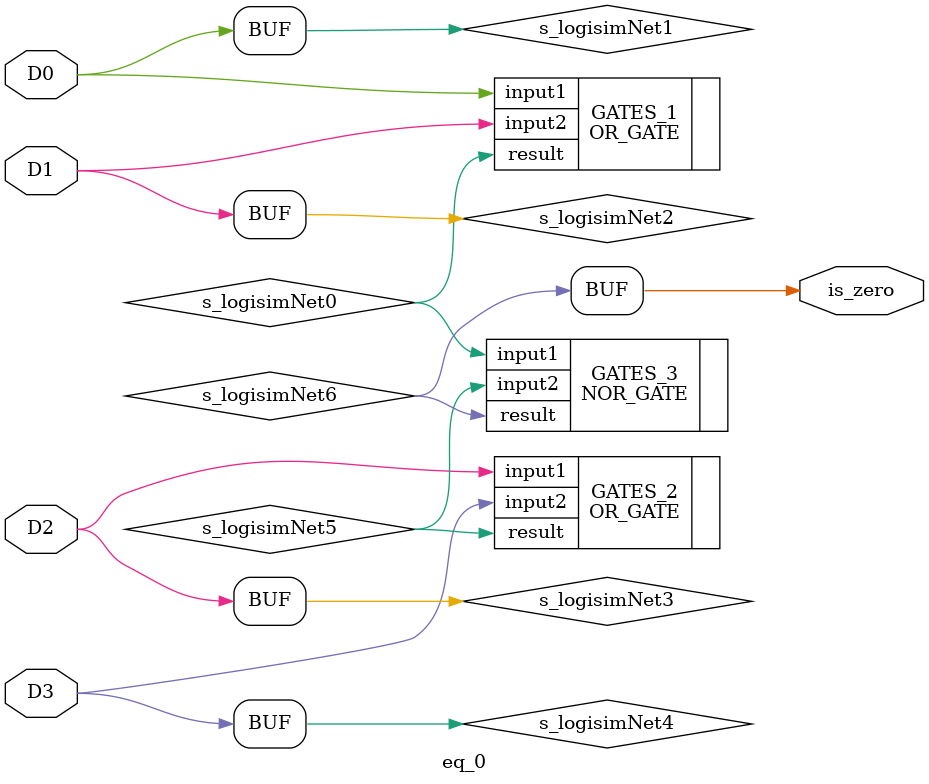
<source format=v>
/******************************************************************************
 ** Logisim-evolution goes FPGA automatic generated Verilog code             **
 ** https://github.com/logisim-evolution/                                    **
 **                                                                          **
 ** Component : eq_0                                                         **
 **                                                                          **
 *****************************************************************************/

module eq_0( D0,
             D1,
             D2,
             D3,
             is_zero );

   /*******************************************************************************
   ** The inputs are defined here                                                **
   *******************************************************************************/
   input D0;
   input D1;
   input D2;
   input D3;

   /*******************************************************************************
   ** The outputs are defined here                                               **
   *******************************************************************************/
   output is_zero;

   /*******************************************************************************
   ** The wires are defined here                                                 **
   *******************************************************************************/
   wire s_logisimNet0;
   wire s_logisimNet1;
   wire s_logisimNet2;
   wire s_logisimNet3;
   wire s_logisimNet4;
   wire s_logisimNet5;
   wire s_logisimNet6;

   /*******************************************************************************
   ** The module functionality is described here                                 **
   *******************************************************************************/

   /*******************************************************************************
   ** Here all input connections are defined                                     **
   *******************************************************************************/
   assign s_logisimNet1 = D0;
   assign s_logisimNet2 = D1;
   assign s_logisimNet3 = D2;
   assign s_logisimNet4 = D3;

   /*******************************************************************************
   ** Here all output connections are defined                                    **
   *******************************************************************************/
   assign is_zero = s_logisimNet6;

   /*******************************************************************************
   ** Here all normal components are defined                                     **
   *******************************************************************************/
   OR_GATE #(.BubblesMask(2'b00))
      GATES_1 (.input1(s_logisimNet1),
               .input2(s_logisimNet2),
               .result(s_logisimNet0));

   OR_GATE #(.BubblesMask(2'b00))
      GATES_2 (.input1(s_logisimNet3),
               .input2(s_logisimNet4),
               .result(s_logisimNet5));

   NOR_GATE #(.BubblesMask(2'b00))
      GATES_3 (.input1(s_logisimNet0),
               .input2(s_logisimNet5),
               .result(s_logisimNet6));


endmodule

</source>
